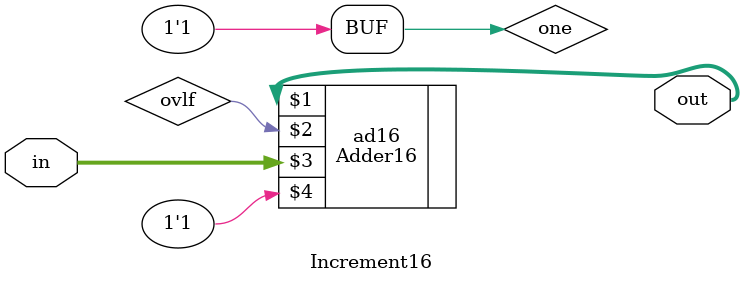
<source format=v>
/* módulo Increment16 */

`ifndef _Increment16_
`define _Increment16_

`include "Adder16.v"

module Increment16(out, in);
    input [15:0] in;
    output [15:0] out;
    wire ovlf, one;
    assign one = 1;

    Adder16 ad16(out, ovlf, in, one);

    // Descrição de conexões internas do módulo

endmodule

`endif

</source>
